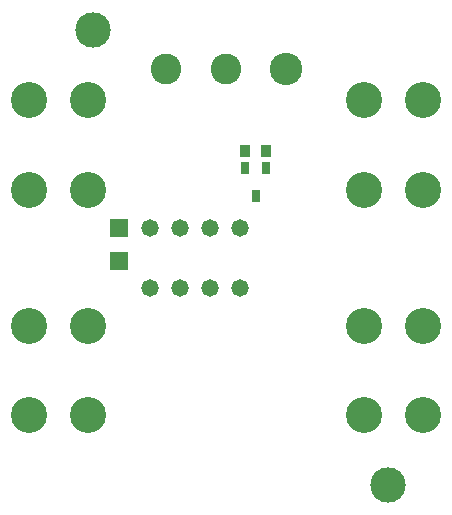
<source format=gbs>
G75*
%MOIN*%
%OFA0B0*%
%FSLAX25Y25*%
%IPPOS*%
%LPD*%
%AMOC8*
5,1,8,0,0,1.08239X$1,22.5*
%
%ADD10C,0.11824*%
%ADD11C,0.12020*%
%ADD12R,0.03150X0.04331*%
%ADD13C,0.10800*%
%ADD14C,0.10249*%
%ADD15R,0.03543X0.04331*%
%ADD16R,0.05906X0.05906*%
%ADD17C,0.05820*%
D10*
X0176965Y0032555D03*
X0078540Y0184130D03*
D11*
X0057083Y0055783D03*
X0076768Y0055783D03*
X0076768Y0085705D03*
X0057083Y0085705D03*
X0057083Y0130980D03*
X0076768Y0130980D03*
X0076768Y0160902D03*
X0057083Y0160902D03*
X0168894Y0160902D03*
X0188579Y0160902D03*
X0188579Y0130980D03*
X0168894Y0130980D03*
X0168894Y0085705D03*
X0188579Y0085705D03*
X0188579Y0055783D03*
X0168894Y0055783D03*
D12*
X0132674Y0128815D03*
X0136217Y0138264D03*
X0129131Y0138264D03*
D13*
X0142831Y0171335D03*
D14*
X0122831Y0171335D03*
X0102831Y0171335D03*
D15*
X0129131Y0143776D03*
X0136217Y0143776D03*
D16*
X0087005Y0118185D03*
X0087005Y0107161D03*
D17*
X0097635Y0098343D03*
X0107635Y0098343D03*
X0117635Y0098343D03*
X0127635Y0098343D03*
X0127635Y0118343D03*
X0117635Y0118343D03*
X0107635Y0118343D03*
X0097635Y0118343D03*
M02*

</source>
